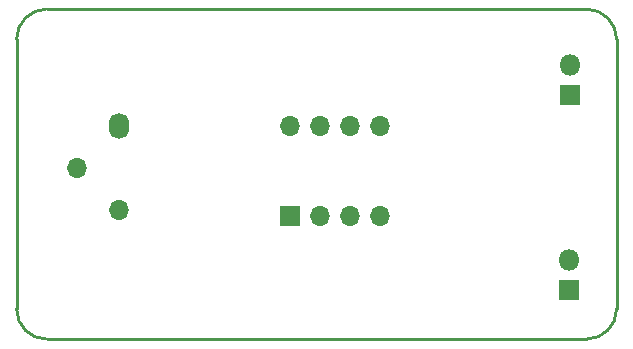
<source format=gbr>
%TF.GenerationSoftware,KiCad,Pcbnew,5.1.6-c6e7f7d~87~ubuntu18.04.1*%
%TF.CreationDate,2020-11-27T17:36:11+05:00*%
%TF.ProjectId,NO2_signal_conditioner,4e4f325f-7369-4676-9e61-6c5f636f6e64,rev?*%
%TF.SameCoordinates,Original*%
%TF.FileFunction,Soldermask,Bot*%
%TF.FilePolarity,Negative*%
%FSLAX46Y46*%
G04 Gerber Fmt 4.6, Leading zero omitted, Abs format (unit mm)*
G04 Created by KiCad (PCBNEW 5.1.6-c6e7f7d~87~ubuntu18.04.1) date 2020-11-27 17:36:11*
%MOMM*%
%LPD*%
G01*
G04 APERTURE LIST*
%TA.AperFunction,Profile*%
%ADD10C,0.254000*%
%TD*%
%TA.AperFunction,Profile*%
%ADD11C,0.250000*%
%TD*%
%ADD12O,1.800000X1.800000*%
%ADD13R,1.800000X1.800000*%
%ADD14O,1.700000X1.700000*%
%ADD15O,1.700000X2.200000*%
%ADD16R,1.700000X1.700000*%
G04 APERTURE END LIST*
D10*
X154940000Y-91440000D02*
G75*
G02*
X152400000Y-88900000I0J2540000D01*
G01*
X152400000Y-66040000D02*
G75*
G02*
X154940000Y-63500000I2540000J0D01*
G01*
X200660000Y-63500000D02*
G75*
G02*
X203200000Y-66040000I0J-2540000D01*
G01*
X203200000Y-88900000D02*
G75*
G02*
X200660000Y-91440000I-2540000J0D01*
G01*
X152400000Y-88900000D02*
X152400000Y-66040000D01*
X200660000Y-91440000D02*
X154940000Y-91440000D01*
D11*
X203200000Y-66040000D02*
X203200000Y-88900000D01*
D10*
X154940000Y-63500000D02*
X200660000Y-63500000D01*
D12*
%TO.C,J3*%
X199263000Y-68199000D03*
D13*
X199263000Y-70739000D03*
%TD*%
D12*
%TO.C,J2*%
X199136000Y-84709000D03*
D13*
X199136000Y-87249000D03*
%TD*%
D14*
%TO.C,J1*%
X161036000Y-80506000D03*
X157486000Y-76956000D03*
D15*
X161036000Y-73406000D03*
%TD*%
D14*
%TO.C,U1*%
X175514000Y-73406000D03*
X183134000Y-81026000D03*
X178054000Y-73406000D03*
X180594000Y-81026000D03*
X180594000Y-73406000D03*
X178054000Y-81026000D03*
X183134000Y-73406000D03*
D16*
X175514000Y-81026000D03*
%TD*%
M02*

</source>
